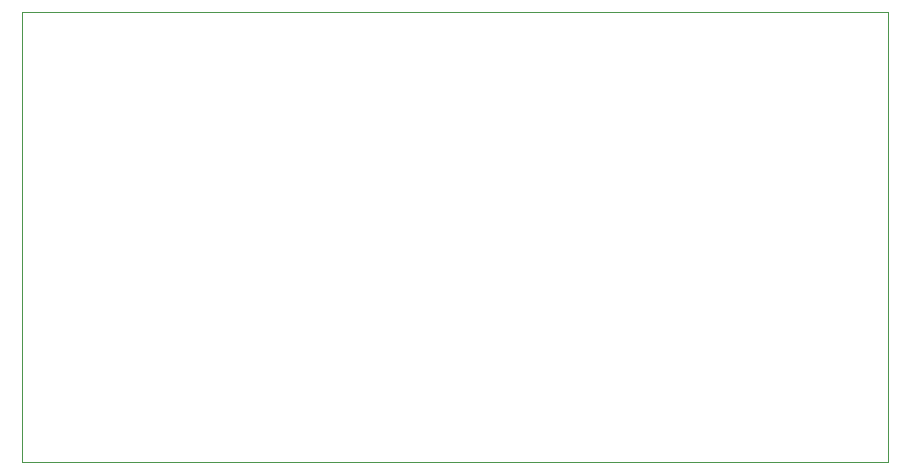
<source format=gbr>
%TF.GenerationSoftware,Altium Limited,Altium Designer,23.10.1 (27)*%
G04 Layer_Color=0*
%FSLAX45Y45*%
%MOMM*%
%TF.SameCoordinates,CB5246A2-9B06-400F-A9B1-4411E20585CF*%
%TF.FilePolarity,Positive*%
%TF.FileFunction,Profile,NP*%
%TF.Part,Single*%
G01*
G75*
%TA.AperFunction,Profile*%
%ADD21C,0.02540*%
D21*
Y3809009D02*
Y0D01*
X7333005D01*
Y3809009D01*
X0D01*
%TF.MD5,c0066c932ff8f25f1cae7b4b1850e7dd*%
M02*

</source>
